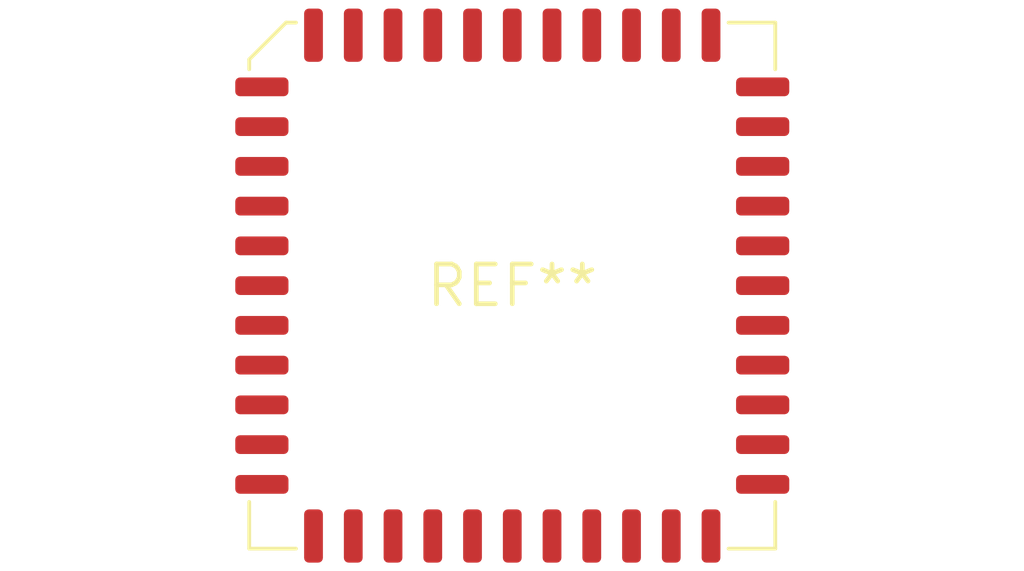
<source format=kicad_pcb>
(kicad_pcb (version 20240108) (generator pcbnew)
  (layers (0 "F.Cu" signal) (31 "B.Cu" signal) (34 "B.Paste" user) (35 "F.Paste" user) (36 "B.SilkS" user "B.Silkscreen") (37 "F.SilkS" user "F.Silkscreen") (38 "B.Mask" user) (39 "F.Mask" user) (44 "Edge.Cuts" user))
  (net 0 "")
  (footprint "PLCC-44_16.6x16.6mm_P1.27mm" (layer "F.Cu") (at 0 0)
    (property "Reference" "REF**")
    (property "Value" "PLCC-44_16.6x16.6mm_P1.27mm")
    (fp_line (start -8.4031 -7.227882) (end -8.4031 -6.91) (layer "F.SilkS") (stroke (width 0.12)))
    (fp_line (start -8.4031 8.4031) (end -8.4031 6.91) (layer "F.SilkS") (stroke (width 0.12)))
    (fp_line (start -7.227882 -8.4031) (end -8.4031 -7.227882) (layer "F.SilkS") (stroke (width 0.12)))
    (fp_line (start -6.91 -8.4031) (end -7.227882 -8.4031) (layer "F.SilkS") (stroke (width 0.12)))
    (fp_line (start -6.91 8.4031) (end -8.4031 8.4031) (layer "F.SilkS") (stroke (width 0.12)))
    (fp_line (start 6.91 -8.4031) (end 8.4031 -8.4031) (layer "F.SilkS") (stroke (width 0.12)))
    (fp_line (start 6.91 8.4031) (end 8.4031 8.4031) (layer "F.SilkS") (stroke (width 0.12)))
    (fp_line (start 8.4031 -8.4031) (end 8.4031 -6.91) (layer "F.SilkS") (stroke (width 0.12)))
    (fp_line (start 8.4031 8.4031) (end 8.4031 6.91) (layer "F.SilkS") (stroke (width 0.12)))
    (pad "1" smd roundrect (at 0 -8) (size 0.6 1.7) (layers "F.Cu" "F.Paste" "F.Mask"))
    (pad "2" smd roundrect (at -1.27 -8) (size 0.6 1.7) (layers "F.Cu" "F.Paste" "F.Mask"))
    (pad "3" smd roundrect (at -2.54 -8) (size 0.6 1.7) (layers "F.Cu" "F.Paste" "F.Mask"))
    (pad "4" smd roundrect (at -3.81 -8) (size 0.6 1.7) (layers "F.Cu" "F.Paste" "F.Mask"))
    (pad "5" smd roundrect (at -5.08 -8) (size 0.6 1.7) (layers "F.Cu" "F.Paste" "F.Mask"))
    (pad "6" smd roundrect (at -6.35 -8) (size 0.6 1.7) (layers "F.Cu" "F.Paste" "F.Mask"))
    (pad "7" smd roundrect (at -8 -6.35) (size 1.7 0.6) (layers "F.Cu" "F.Paste" "F.Mask"))
    (pad "8" smd roundrect (at -8 -5.08) (size 1.7 0.6) (layers "F.Cu" "F.Paste" "F.Mask"))
    (pad "9" smd roundrect (at -8 -3.81) (size 1.7 0.6) (layers "F.Cu" "F.Paste" "F.Mask"))
    (pad "10" smd roundrect (at -8 -2.54) (size 1.7 0.6) (layers "F.Cu" "F.Paste" "F.Mask"))
    (pad "11" smd roundrect (at -8 -1.27) (size 1.7 0.6) (layers "F.Cu" "F.Paste" "F.Mask"))
    (pad "12" smd roundrect (at -8 0) (size 1.7 0.6) (layers "F.Cu" "F.Paste" "F.Mask"))
    (pad "13" smd roundrect (at -8 1.27) (size 1.7 0.6) (layers "F.Cu" "F.Paste" "F.Mask"))
    (pad "14" smd roundrect (at -8 2.54) (size 1.7 0.6) (layers "F.Cu" "F.Paste" "F.Mask"))
    (pad "15" smd roundrect (at -8 3.81) (size 1.7 0.6) (layers "F.Cu" "F.Paste" "F.Mask"))
    (pad "16" smd roundrect (at -8 5.08) (size 1.7 0.6) (layers "F.Cu" "F.Paste" "F.Mask"))
    (pad "17" smd roundrect (at -8 6.35) (size 1.7 0.6) (layers "F.Cu" "F.Paste" "F.Mask"))
    (pad "18" smd roundrect (at -6.35 8) (size 0.6 1.7) (layers "F.Cu" "F.Paste" "F.Mask"))
    (pad "19" smd roundrect (at -5.08 8) (size 0.6 1.7) (layers "F.Cu" "F.Paste" "F.Mask"))
    (pad "20" smd roundrect (at -3.81 8) (size 0.6 1.7) (layers "F.Cu" "F.Paste" "F.Mask"))
    (pad "21" smd roundrect (at -2.54 8) (size 0.6 1.7) (layers "F.Cu" "F.Paste" "F.Mask"))
    (pad "22" smd roundrect (at -1.27 8) (size 0.6 1.7) (layers "F.Cu" "F.Paste" "F.Mask"))
    (pad "23" smd roundrect (at 0 8) (size 0.6 1.7) (layers "F.Cu" "F.Paste" "F.Mask"))
    (pad "24" smd roundrect (at 1.27 8) (size 0.6 1.7) (layers "F.Cu" "F.Paste" "F.Mask"))
    (pad "25" smd roundrect (at 2.54 8) (size 0.6 1.7) (layers "F.Cu" "F.Paste" "F.Mask"))
    (pad "26" smd roundrect (at 3.81 8) (size 0.6 1.7) (layers "F.Cu" "F.Paste" "F.Mask"))
    (pad "27" smd roundrect (at 5.08 8) (size 0.6 1.7) (layers "F.Cu" "F.Paste" "F.Mask"))
    (pad "28" smd roundrect (at 6.35 8) (size 0.6 1.7) (layers "F.Cu" "F.Paste" "F.Mask"))
    (pad "29" smd roundrect (at 8 6.35) (size 1.7 0.6) (layers "F.Cu" "F.Paste" "F.Mask"))
    (pad "30" smd roundrect (at 8 5.08) (size 1.7 0.6) (layers "F.Cu" "F.Paste" "F.Mask"))
    (pad "31" smd roundrect (at 8 3.81) (size 1.7 0.6) (layers "F.Cu" "F.Paste" "F.Mask"))
    (pad "32" smd roundrect (at 8 2.54) (size 1.7 0.6) (layers "F.Cu" "F.Paste" "F.Mask"))
    (pad "33" smd roundrect (at 8 1.27) (size 1.7 0.6) (layers "F.Cu" "F.Paste" "F.Mask"))
    (pad "34" smd roundrect (at 8 0) (size 1.7 0.6) (layers "F.Cu" "F.Paste" "F.Mask"))
    (pad "35" smd roundrect (at 8 -1.27) (size 1.7 0.6) (layers "F.Cu" "F.Paste" "F.Mask"))
    (pad "36" smd roundrect (at 8 -2.54) (size 1.7 0.6) (layers "F.Cu" "F.Paste" "F.Mask"))
    (pad "37" smd roundrect (at 8 -3.81) (size 1.7 0.6) (layers "F.Cu" "F.Paste" "F.Mask"))
    (pad "38" smd roundrect (at 8 -5.08) (size 1.7 0.6) (layers "F.Cu" "F.Paste" "F.Mask"))
    (pad "39" smd roundrect (at 8 -6.35) (size 1.7 0.6) (layers "F.Cu" "F.Paste" "F.Mask"))
    (pad "40" smd roundrect (at 6.35 -8) (size 0.6 1.7) (layers "F.Cu" "F.Paste" "F.Mask"))
    (pad "41" smd roundrect (at 5.08 -8) (size 0.6 1.7) (layers "F.Cu" "F.Paste" "F.Mask"))
    (pad "42" smd roundrect (at 3.81 -8) (size 0.6 1.7) (layers "F.Cu" "F.Paste" "F.Mask"))
    (pad "43" smd roundrect (at 2.54 -8) (size 0.6 1.7) (layers "F.Cu" "F.Paste" "F.Mask"))
    (pad "44" smd roundrect (at 1.27 -8) (size 0.6 1.7) (layers "F.Cu" "F.Paste" "F.Mask"))
  )
)
</source>
